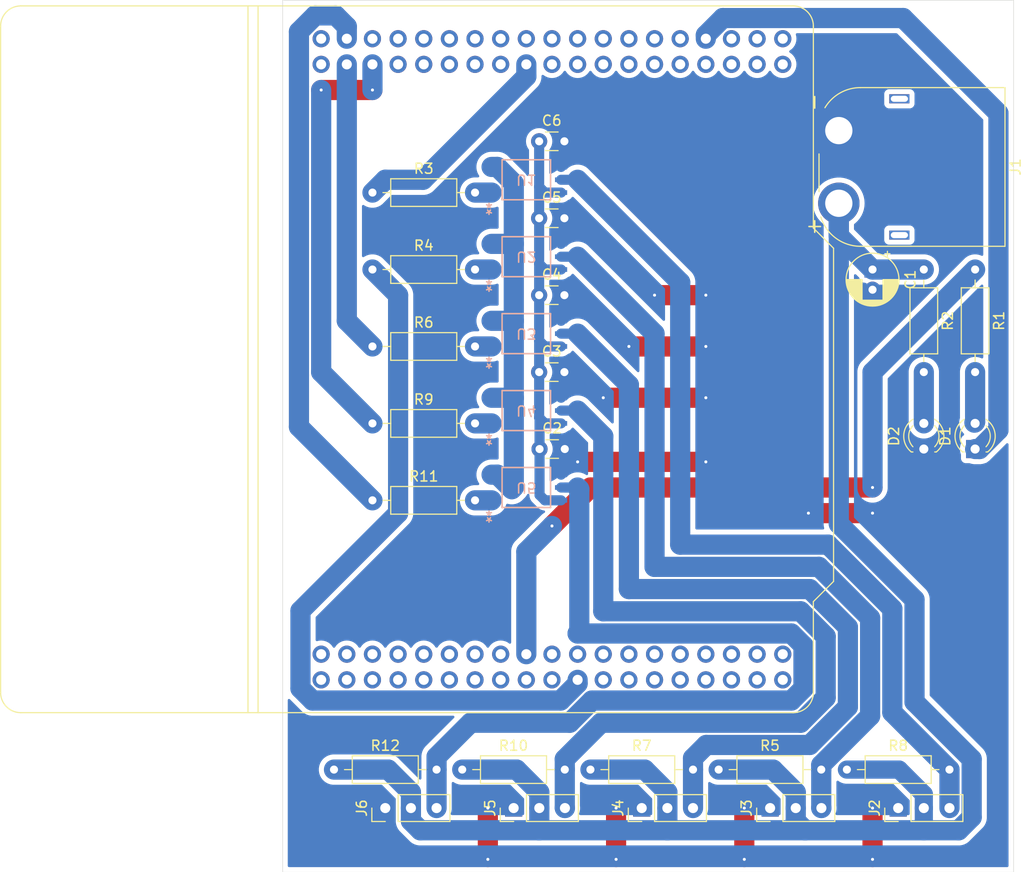
<source format=kicad_pcb>
(kicad_pcb (version 20240108) (generator "pcbnew") (generator_version "8.0")
  (layers (0 "F.Cu" signal) (31 "B.Cu" signal) (34 "B.Paste" user) (35 "F.Paste" user) (36 "B.SilkS" user "B.Silkscreen") (37 "F.SilkS" user "F.Silkscreen") (38 "B.Mask" user) (39 "F.Mask" user) (44 "Edge.Cuts" user))
  (net 0 "")
  (net 1 "GND1")
  (net 2 "VCC")
  (net 3 "Net-(D1-A)")
  (net 4 "GND")
  (net 5 "Net-(D2-A)")
  (net 6 "PWM1")
  (net 7 "PWM2")
  (net 8 "PWM3")
  (net 9 "PWM4")
  (net 10 "PWM5")
  (net 11 "+5V")
  (net 12 "Net-(R3-Pad2)")
  (net 13 "B6")
  (net 14 "Net-(R4-Pad2)")
  (net 15 "B7")
  (net 16 "B8")
  (net 17 "Net-(R9-Pad2)")
  (net 18 "Net-(R6-Pad2)")
  (net 19 "B9")
  (net 20 "C6")
  (net 21 "Net-(R11-Pad2)")
  (footprint "Resistor_THT:R_Axial_DIN0207_L6.3mm_D2.5mm_P10.16mm_Horizontal" (layer "F.Cu") (at 135.89 76.2 -90)
    (property "Reference" "R2" (at 5.08 -2.37 90) (layer "F.SilkS"))
    (property "Value" "220")
    (pad "1" thru_hole circle (at 0 0 270) (size 1.6 1.6) (drill 0.8) (layers "*.Cu" "*.Mask") (net 2 "VCC"))
    (pad "2" thru_hole oval (at 10.16 0 270) (size 1.6 1.6) (drill 0.8) (layers "*.Cu" "*.Mask") (net 5 "Net-(D2-A)"))
  )
  (footprint "Connector_PinHeader_2.54mm:PinHeader_1x03_P2.54mm_Vertical" (layer "F.Cu") (at 120.665 129.54 90)
    (property "Reference" "J3" (at 0 -2.33 -90) (layer "F.SilkS"))
    (property "Value" "servo2")
    (pad "1" thru_hole rect (at 0 0 90) (size 1.7 1.7) (drill 1) (layers "*.Cu" "*.Mask") (net 1 "GND1"))
    (pad "2" thru_hole oval (at 0 2.54 90) (size 1.7 1.7) (drill 1) (layers "*.Cu" "*.Mask") (net 2 "VCC"))
    (pad "3" thru_hole oval (at 0 5.08 90) (size 1.7 1.7) (drill 1) (layers "*.Cu" "*.Mask") (net 7 "PWM2"))
  )
  (footprint "Resistor_THT:R_Axial_DIN0207_L6.3mm_D2.5mm_P10.16mm_Horizontal" (layer "F.Cu") (at 90.17 125.73)
    (property "Reference" "R10" (at 5.08 -2.37 0) (layer "F.SilkS"))
    (property "Value" "2k")
    (pad "1" thru_hole circle (at 0 0) (size 1.6 1.6) (drill 0.8) (layers "*.Cu" "*.Mask") (net 2 "VCC"))
    (pad "2" thru_hole oval (at 10.16 0) (size 1.6 1.6) (drill 0.8) (layers "*.Cu" "*.Mask") (net 9 "PWM4"))
  )
  (footprint "Resistor_THT:R_Axial_DIN0207_L6.3mm_D2.5mm_P10.16mm_Horizontal" (layer "F.Cu") (at 81.28 91.44)
    (property "Reference" "R9" (at 5.08 -2.37 0) (layer "F.SilkS"))
    (property "Value" "220")
    (pad "1" thru_hole circle (at 0 0) (size 1.6 1.6) (drill 0.8) (layers "*.Cu" "*.Mask") (net 19 "B9"))
    (pad "2" thru_hole oval (at 10.16 0) (size 1.6 1.6) (drill 0.8) (layers "*.Cu" "*.Mask") (net 17 "Net-(R9-Pad2)"))
  )
  (footprint "Capacitor_THT:C_Disc_D3.0mm_W1.6mm_P2.50mm" (layer "F.Cu") (at 97.79 63.5)
    (property "Reference" "C6" (at 1.25 -2.05 0) (layer "F.SilkS"))
    (property "Value" "0.1u")
    (pad "1" thru_hole circle (at 0 0) (size 1.6 1.6) (drill 0.8) (layers "*.Cu" "*.Mask") (net 2 "VCC"))
    (pad "2" thru_hole circle (at 2.5 0) (size 1.6 1.6) (drill 0.8) (layers "*.Cu" "*.Mask") (net 1 "GND1"))
  )
  (footprint "Connector_PinHeader_2.54mm:PinHeader_1x03_P2.54mm_Vertical" (layer "F.Cu") (at 95.265 129.54 90)
    (property "Reference" "J5" (at 0 -2.33 -90) (layer "F.SilkS"))
    (property "Value" "servo4")
    (pad "1" thru_hole rect (at 0 0 90) (size 1.7 1.7) (drill 1) (layers "*.Cu" "*.Mask") (net 1 "GND1"))
    (pad "2" thru_hole oval (at 0 2.54 90) (size 1.7 1.7) (drill 1) (layers "*.Cu" "*.Mask") (net 2 "VCC"))
    (pad "3" thru_hole oval (at 0 5.08 90) (size 1.7 1.7) (drill 1) (layers "*.Cu" "*.Mask") (net 9 "PWM4"))
  )
  (footprint "Resistor_THT:R_Axial_DIN0207_L6.3mm_D2.5mm_P10.16mm_Horizontal" (layer "F.Cu") (at 128.27 125.73)
    (property "Reference" "R8" (at 5.08 -2.37 0) (layer "F.SilkS"))
    (property "Value" "2k")
    (pad "1" thru_hole circle (at 0 0) (size 1.6 1.6) (drill 0.8) (layers "*.Cu" "*.Mask") (net 2 "VCC"))
    (pad "2" thru_hole oval (at 10.16 0) (size 1.6 1.6) (drill 0.8) (layers "*.Cu" "*.Mask") (net 6 "PWM1"))
  )
  (footprint "Resistor_THT:R_Axial_DIN0207_L6.3mm_D2.5mm_P10.16mm_Horizontal" (layer "F.Cu") (at 81.28 76.2)
    (property "Reference" "R4" (at 5.08 -2.37 0) (layer "F.SilkS"))
    (property "Value" "220")
    (pad "1" thru_hole circle (at 0 0) (size 1.6 1.6) (drill 0.8) (layers "*.Cu" "*.Mask") (net 15 "B7"))
    (pad "2" thru_hole oval (at 10.16 0) (size 1.6 1.6) (drill 0.8) (layers "*.Cu" "*.Mask") (net 14 "Net-(R4-Pad2)"))
  )
  (footprint "Capacitor_THT:C_Disc_D3.0mm_W1.6mm_P2.50mm" (layer "F.Cu") (at 97.79 71.12)
    (property "Reference" "C5" (at 1.25 -2.05 0) (layer "F.SilkS"))
    (property "Value" "0.1u")
    (pad "1" thru_hole circle (at 0 0) (size 1.6 1.6) (drill 0.8) (layers "*.Cu" "*.Mask") (net 2 "VCC"))
    (pad "2" thru_hole circle (at 2.5 0) (size 1.6 1.6) (drill 0.8) (layers "*.Cu" "*.Mask") (net 1 "GND1"))
  )
  (footprint "LED_THT:LED_D3.0mm" (layer "F.Cu") (at 135.89 93.98 90)
    (property "Reference" "D2" (at 1.27 -2.96 -90) (layer "F.SilkS"))
    (property "Value" "LED")
    (pad "1" thru_hole rect (at 0 0 90) (size 1.8 1.8) (drill 0.9) (layers "*.Cu" "*.Mask") (net 1 "GND1"))
    (pad "2" thru_hole circle (at 2.54 0 90) (size 1.8 1.8) (drill 0.9) (layers "*.Cu" "*.Mask") (net 5 "Net-(D2-A)"))
  )
  (footprint "Resistor_THT:R_Axial_DIN0207_L6.3mm_D2.5mm_P10.16mm_Horizontal" (layer "F.Cu") (at 81.28 99.06)
    (property "Reference" "R11" (at 5.08 -2.37 0) (layer "F.SilkS"))
    (property "Value" "220")
    (pad "1" thru_hole circle (at 0 0) (size 1.6 1.6) (drill 0.8) (layers "*.Cu" "*.Mask") (net 20 "C6"))
    (pad "2" thru_hole oval (at 10.16 0) (size 1.6 1.6) (drill 0.8) (layers "*.Cu" "*.Mask") (net 21 "Net-(R11-Pad2)"))
  )
  (footprint "Capacitor_THT:C_Disc_D3.0mm_W1.6mm_P2.50mm" (layer "F.Cu") (at 97.79 78.74)
    (property "Reference" "C4" (at 1.25 -2.05 0) (layer "F.SilkS"))
    (property "Value" "0.1u")
    (pad "1" thru_hole circle (at 0 0) (size 1.6 1.6) (drill 0.8) (layers "*.Cu" "*.Mask") (net 2 "VCC"))
    (pad "2" thru_hole circle (at 2.5 0) (size 1.6 1.6) (drill 0.8) (layers "*.Cu" "*.Mask") (net 1 "GND1"))
  )
  (footprint "Connector_PinHeader_2.54mm:PinHeader_1x03_P2.54mm_Vertical" (layer "F.Cu") (at 82.55 129.54 90)
    (property "Reference" "J6" (at 0 -2.33 -90) (layer "F.SilkS"))
    (property "Value" "servo5")
    (pad "1" thru_hole rect (at 0 0 90) (size 1.7 1.7) (drill 1) (layers "*.Cu" "*.Mask") (net 1 "GND1"))
    (pad "2" thru_hole oval (at 0 2.54 90) (size 1.7 1.7) (drill 1) (layers "*.Cu" "*.Mask") (net 2 "VCC"))
    (pad "3" thru_hole oval (at 0 5.08 90) (size 1.7 1.7) (drill 1) (layers "*.Cu" "*.Mask") (net 10 "PWM5"))
  )
  (footprint "LED_THT:LED_D3.0mm" (layer "F.Cu") (at 140.97 93.98 90)
    (property "Reference" "D1" (at 1.27 -2.96 -90) (layer "F.SilkS"))
    (property "Value" "LED")
    (pad "1" thru_hole rect (at 0 0 90) (size 1.8 1.8) (drill 0.9) (layers "*.Cu" "*.Mask") (net 4 "GND"))
    (pad "2" thru_hole circle (at 2.54 0 90) (size 1.8 1.8) (drill 0.9) (layers "*.Cu" "*.Mask") (net 3 "Net-(D1-A)"))
  )
  (footprint "Resistor_THT:R_Axial_DIN0207_L6.3mm_D2.5mm_P10.16mm_Horizontal" (layer "F.Cu") (at 81.28 83.82)
    (property "Reference" "R6" (at 5.08 -2.37 0) (layer "F.SilkS"))
    (property "Value" "220")
    (pad "1" thru_hole circle (at 0 0) (size 1.6 1.6) (drill 0.8) (layers "*.Cu" "*.Mask") (net 16 "B8"))
    (pad "2" thru_hole oval (at 10.16 0) (size 1.6 1.6) (drill 0.8) (layers "*.Cu" "*.Mask") (net 18 "Net-(R6-Pad2)"))
  )
  (footprint "Resistor_THT:R_Axial_DIN0207_L6.3mm_D2.5mm_P10.16mm_Horizontal" (layer "F.Cu") (at 140.97 76.2 -90)
    (property "Reference" "R1" (at 5.08 -2.37 90) (layer "F.SilkS"))
    (property "Value" "220")
    (pad "1" thru_hole circle (at 0 0 270) (size 1.6 1.6) (drill 0.8) (layers "*.Cu" "*.Mask") (net 11 "+5V"))
    (pad "2" thru_hole oval (at 10.16 0 270) (size 1.6 1.6) (drill 0.8) (layers "*.Cu" "*.Mask") (net 3 "Net-(D1-A)"))
  )
  (footprint "NUCLEO_F446RE:STM32F446RE_Nucleo" (layer "F.Cu") (at 97.364214 86.175786 90)
    (property "Reference" "U6" (hide yes))
    (property "Value" "~" (hide yes))
    (pad "1" thru_hole circle (at -28.124214 -5.924214 90) (size 1.7 1.7) (drill 1) (layers "*.Cu" "*.Mask"))
    (pad "2" thru_hole circle (at -30.664214 -13.544214 90) (size 1.7 1.7) (drill 1) (layers "*.Cu" "*.Mask"))
    (pad "3" thru_hole circle (at -28.124214 -8.464214 90) (size 1.7 1.7) (drill 1) (layers "*.Cu" "*.Mask"))
    (pad "4" thru_hole circle (at 30.295786 -13.544214 90) (size 1.7 1.7) (drill 1) (layers "*.Cu" "*.Mask"))
    (pad "5" thru_hole circle (at -30.664214 -16.084214 90) (size 1.7 1.7) (drill 1) (layers "*.Cu" "*.Mask"))
    (pad "6" thru_hole circle (at -30.664214 19.475786 90) (size 1.7 1.7) (drill 1) (layers "*.Cu" "*.Mask"))
    (pad "7" thru_hole circle (at -28.124214 6.775786 90) (size 1.7 1.7) (drill 1) (layers "*.Cu" "*.Mask"))
    (pad "8" thru_hole circle (at 32.835786 -13.544214 90) (size 1.7 1.7) (drill 1) (layers "*.Cu" "*.Mask"))
    (pad "9" thru_hole circle (at -28.124214 -16.084214 90) (size 1.7 1.7) (drill 1) (layers "*.Cu" "*.Mask"))
    (pad "10" thru_hole circle (at -28.124214 -0.844214 90) (size 1.7 1.7) (drill 1) (layers "*.Cu" "*.Mask") (net 11 "+5V"))
    (pad "11" thru_hole circle (at -28.124214 -3.384214 90) (size 1.7 1.7) (drill 1) (layers "*.Cu" "*.Mask"))
    (pad "12" thru_hole circle (at -28.124214 11.855786 90) (size 1.7 1.7) (drill 1) (layers "*.Cu" "*.Mask"))
    (pad "13" thru_hole circle (at -28.124214 14.395786 90) (size 1.7 1.7) (drill 1) (layers "*.Cu" "*.Mask"))
    (pad "14" thru_hole circle (at 30.295786 22.015786 90) (size 1.7 1.7) (drill 1) (layers "*.Cu" "*.Mask"))
    (pad "15" thru_hole circle (at 30.295786 24.555786 90) (size 1.7 1.7) (drill 1) (layers "*.Cu" "*.Mask"))
    (pad "16" thru_hole circle (at -28.124214 16.935786 90) (size 1.7 1.7) (drill 1) (layers "*.Cu" "*.Mask"))
    (pad "17" thru_hole circle (at 30.295786 -8.464214 90) (size 1.7 1.7) (drill 1) (layers "*.Cu" "*.Mask"))
    (pad "18" thru_hole circle (at 30.295786 -5.924214 90) (size 1.7 1.7) (drill 1) (layers "*.Cu" "*.Mask"))
    (pad "19" thru_hole circle (at 30.295786 -3.384214 90) (size 1.7 1.7) (drill 1) (layers "*.Cu" "*.Mask"))
    (pad "20" thru_hole circle (at 30.295786 6.775786 90) (size 1.7 1.7) (drill 1) (layers "*.Cu" "*.Mask"))
    (pad "21" thru_hole circle (at 30.295786 4.235786 90) (size 1.7 1.7) (drill 1) (layers "*.Cu" "*.Mask"))
    (pad "22" thru_hole circle (at 30.295786 19.475786 90) (size 1.7 1.7) (drill 1) (layers "*.Cu" "*.Mask"))
    (pad "23" thru_hole circle (at 32.835786 -5.924214 90) (size 1.7 1.7) (drill 1) (layers "*.Cu" "*.Mask"))
    (pad "24" thru_hole circle (at 32.835786 -8.464214 90) (size 1.7 1.7) (drill 1) (layers "*.Cu" "*.Mask"))
    (pad "25" thru_hole circle (at -30.664214 -5.924214 90) (size 1.7 1.7) (drill 1) (layers "*.Cu" "*.Mask"))
    (pad "26" thru_hole circle (at -30.664214 -3.384214 90) (size 1.7 1.7) (drill 1) (layers "*.Cu" "*.Mask"))
    (pad "27" thru_hole circle (at -30.664214 -0.844214 90) (size 1.7 1.7) (drill 1) (layers "*.Cu" "*.Mask"))
    (pad "28" thru_hole circle (at -28.124214 -18.624214 90) (size 1.7 1.7) (drill 1) (layers "*.Cu" "*.Mask"))
    (pad "29" thru_hole circle (at -30.664214 14.395786 90) (size 1.7 1.7) (drill 1) (layers "*.Cu" "*.Mask"))
    (pad "30" thru_hole circle (at -30.664214 16.935786 90) (size 1.7 1.7) (drill 1) (layers "*.Cu" "*.Mask"))
    (pad "31" thru_hole circle (at -28.124214 19.475786 90) (size 1.7 1.7) (drill 1) (layers "*.Cu" "*.Mask"))
    (pad "32" thru_hole circle (at 32.835786 6.775786 90) (size 1.7 1.7) (drill 1) (layers "*.Cu" "*.Mask"))
    (pad "33" thru_hole circle (at 32.835786 4.235786 90) (size 1.7 1.7) (drill 1) (layers "*.Cu" "*.Mask"))
    (pad "34" thru_hole circle (at 30.295786 16.935786 90) (size 1.7 1.7) (drill 1) (layers "*.Cu" "*.Mask"))
    (pad "35" thru_hole circle (at 30.295786 11.855786 90) (size 1.7 1.7) (drill 1) (layers "*.Cu" "*.Mask"))
    (pad "36" thru_hole circle (at 30.295786 14.395786 90) (size 1.7 1.7) (drill 1) (layers "*.Cu" "*.Mask"))
    (pad "37" thru_hole circle (at 30.295786 -0.844214 90) (size 1.7 1.7) (drill 1) (layers "*.Cu" "*.Mask") (net 13 "B6"))
    (pad "38" thru_hole circle (at -30.664214 4.235786 90) (size 1.7 1.7) (drill 1) (layers "*.Cu" "*.Mask") (net 15 "B7"))
    (pad "39" thru_hole circle (at 30.295786 -18.624214 90) (size 1.7 1.7) (drill 1) (layers "*.Cu" "*.Mask") (net 16 "B8"))
    (pad "40" thru_hole circle (at 30.295786 -16.084214 90) (size 1.7 1.7) (drill 1) (layers "*.Cu" "*.Mask") (net 19 "B9"))
    (pad "41" thru_hole circle (at 30.295786 9.315786 90) (size 1.7 1.7) (drill 1) (layers "*.Cu" "*.Mask"))
    (pad "42" thru_hole circle (at 32.835786 -3.384214 90) (size 1.7 1.7) (drill 1) (layers "*.Cu" "*.Mask"))
    (pad "43" thru_hole circle (at 32.835786 14.395786 90) (size 1.7 1.7) (drill 1) (layers "*.Cu" "*.Mask"))
    (pad "44" thru_hole circle (at 32.835786 11.855786 90) (size 1.7 1.7) (drill 1) (layers "*.Cu" "*.Mask"))
    (pad "45" thru_hole circle (at 32.835786 9.315786 90) (size 1.7 1.7) (drill 1) (layers "*.Cu" "*.Mask"))
    (pad "46" thru_hole circle (at -28.124214 24.555786 90) (size 1.7 1.7) (drill 1) (layers "*.Cu" "*.Mask"))
    (pad "47" thru_hole circle (at -28.124214 22.015786 90) (size 1.7 1.7) (drill 1) (layers "*.Cu" "*.Mask"))
    (pad "48" thru_hole circle (at -30.664214 22.015786 90) (size 1.7 1.7) (drill 1) (layers "*.Cu" "*.Mask"))
    (pad "49" thru_hole circle (at -30.664214 24.555786 90) (size 1.7 1.7) (drill 1) (layers "*.Cu" "*.Mask"))
    (pad "50" thru_hole circle (at 32.835786 19.475786 90) (size 1.7 1.7) (drill 1) (layers "*.Cu" "*.Mask"))
    (pad "51" thru_hole circle (at 32.835786 -16.084214 90) (size 1.7 1.7) (drill 1) (layers "*.Cu" "*.Mask"))
    (pad "52" thru_hole circle (at 32.835786 -18.624214 90) (size 1.7 1.7) (drill 1) (layers "*.Cu" "*.Mask") (net 20 "C6"))
    (pad "53" thru_hole circle (at 30.295786 1.695786 90) (size 1.7 1.7) (drill 1) (layers "*.Cu" "*.Mask"))
    (pad "54" thru_hole circle (at 32.835786 -21.164214 90) (size 1.7 1.7) (drill 1) (layers "*.Cu" "*.Mask"))
    (pad "55" thru_hole circle (at 30.295786 -21.164214 90) (size 1.7 1.7) (drill 1) (layers "*.Cu" "*.Mask"))
    (pad "56" thru_hole circle (at -30.664214 -21.164214 90) (size 1.7 1.7) (drill 1) (layers "*.Cu" "*.Mask"))
    (pad "57" thru_hole circle (at -28.124214 -21.164214 90) (size 1.7 1.7) (drill 1) (layers "*.Cu" "*.Mask"))
    (pad "58" thru_hole circle (at -30.664214 -18.624214 90) (size 1.7 1.7) (drill 1) (layers "*.Cu" "*.Mask"))
    (pad "59" thru_hole circle (at -30.664214 6.775786 90) (size 1.7 1.7) (drill 1) (layers "*.Cu" "*.Mask"))
    (pad "60" thru_hole circle (at -30.664214 9.315786 90) (size 1.7 1.7) (drill 1) (layers "*.Cu" "*.Mask"))
    (pad "61" thru_hole circle (at -30.664214 11.855786 90) (size 1.7 1.7) (drill 1) (layers "*.Cu" "*.Mask"))
    (pad "62" thru_hole circle (at -30.664214 1.695786 90) (size 1.7 1.7) (drill 1) (layers "*.Cu" "*.Mask") (net 4 "GND"))
    (pad "62" thru_hole circle (at -28.124214 -13.544214 90) (size 1.7 1.7) (drill 1) (layers "*.Cu" "*.Mask") (net 4 "GND"))
    (pad "62" thru_hole circle (at -28.124214 1.695786 90) (size 1.7 1.7) (drill 1) (layers "*.Cu" "*.Mask") (net 4 "GND"))
    (pad "62" thru_hole circle (at -28.124214 4.235786 90) (size 1.7 1.7) (drill 1) (layers "*.Cu" "*.Mask") (net 4 "GND"))
    (pad "62" thru_hole circle (at 30.295786 -11.004214 90) (size 1.7 1.7) (drill 1) (layers "*.Cu" "*.Mask") (net 4 "GND"))
    (pad "62" thru_hole circle (at 32.835786 1.695786 90) (size 1.7 1.7) (drill 1) (layers "*.Cu" "*.Mask") (net 4 "GND"))
    (pad "62" thru_hole circle (at 32.835786 16.935786 90) (size 1.7 1.7) (drill 1) (layers "*.Cu" "*.Mask") (net 4 "GND"))
    (pad "63" thru_hole circle (at -30.664214 -8.464214 90) (size 1.7 1.7) (drill 1) (layers "*.Cu" "*.Mask"))
    (pad "64" thru_hole circle (at -28.124214 -11.004214 90) (size 1.7 1.7) (drill 1) (layers "*.Cu" "*.Mask"))
    (pad "65" thru_hole circle (at -30.664214 -11.004214 90) (size 1.7 1.7) (drill 1) (layers "*.Cu" "*.Mask"))
    (pad "66" thru_hole circle (at -28.124214 9.315786 90) (size 1.7 1.7) (drill 1) (layers "*.Cu" "*.Mask"))
    (pad "67" thru_hole circle (at 32.835786 -11.004214 90) (size 1.7 1.7) (drill 1) (layers "*.Cu" "*.Mask"))
    (pad "68" thru_hole circle (at 32.835786 -0.844214 90) (size 1.7 1.7) (drill 1) (layers "*.Cu" "*.Mask"))
    (pad "69" thru_hole circle (at 32.835786 22.015786 90) (size 1.7 1.7) (drill 1) (layers "*.Cu" "*.Mask"))
    (pad "70" thru_hole circle (at 32.835786 24.555786 90) (size 1.7 1.7) (drill 1) (layers "*.Cu" "*.Mask"))
  )
  (footprint "Capacitor_THT:C_Disc_D3.0mm_W1.6mm_P2.50mm" (layer "F.Cu") (at 97.83 93.98)
    (property "Reference" "C2" (at 1.25 -2.05 0) (layer "F.SilkS"))
    (property "Value" "0.1u")
    (pad "1" thru_hole circle (at 0 0) (size 1.6 1.6) (drill 0.8) (layers "*.Cu" "*.Mask") (net 2 "VCC"))
    (pad "2" thru_hole circle (at 2.5 0) (size 1.6 1.6) (drill 0.8) (layers "*.Cu" "*.Mask") (net 1 "GND1"))
  )
  (footprint "Capacitor_THT:C_Disc_D3.0mm_W1.6mm_P2.50mm" (layer "F.Cu") (at 97.79 86.36)
    (property "Reference" "C3" (at 1.25 -2.05 0) (layer "F.SilkS"))
    (property "Value" "0.1u")
    (pad "1" thru_hole circle (at 0 0) (size 1.6 1.6) (drill 0.8) (layers "*.Cu" "*.Mask") (net 2 "VCC"))
    (pad "2" thru_hole circle (at 2.5 0) (size 1.6 1.6) (drill 0.8) (layers "*.Cu" "*.Mask") (net 1 "GND1"))
  )
  (footprint "Capacitor_THT:CP_Radial_D5.0mm_P2.00mm" (layer "F.Cu") (at 130.81 76.2 -90)
    (property "Reference" "C1" (at 1 -3.75 90) (layer "F.SilkS"))
    (property "Value" "330u")
    (pad "1" thru_hole rect (at 0 0 270) (size 1.6 1.6) (drill 0.8) (layers "*.Cu" "*.Mask") (net 2 "VCC"))
    (pad "2" thru_hole circle (at 2 0 270) (size 1.6 1.6) (drill 0.8) (layers "*.Cu" "*.Mask") (net 1 "GND1"))
  )
  (footprint "Connector_PinHeader_2.54mm:PinHeader_1x03_P2.54mm_Vertical" (layer "F.Cu") (at 133.35 129.54 90)
    (property "Reference" "J2" (at 0 -2.33 -90) (layer "F.SilkS"))
    (property "Value" "servo1")
    (pad "1" thru_hole rect (at 0 0 90) (size 1.7 1.7) (drill 1) (layers "*.Cu" "*.Mask") (net 1 "GND1"))
    (pad "2" thru_hole oval (at 0 2.54 90) (size 1.7 1.7) (drill 1) (layers "*.Cu" "*.Mask") (net 2 "VCC"))
    (pad "3" thru_hole oval (at 0 5.08 90) (size 1.7 1.7) (drill 1) (layers "*.Cu" "*.Mask") (net 6 "PWM1"))
  )
  (footprint "Connector_PinHeader_2.54mm:PinHeader_1x03_P2.54mm_Vertical" (layer "F.Cu") (at 107.95 129.54 90)
    (property "Reference" "J4" (at 0 -2.33 -90) (layer "F.SilkS"))
    (property "Value" "servo3")
    (pad "1" thru_hole rect (at 0 0 90) (size 1.7 1.7) (drill 1) (layers "*.Cu" "*.Mask") (net 1 "GND1"))
    (pad "2" thru_hole oval (at 0 2.54 90) (size 1.7 1.7) (drill 1) (layers "*.Cu" "*.Mask") (net 2 "VCC"))
    (pad "3" thru_hole oval (at 0 5.08 90) (size 1.7 1.7) (drill 1) (layers "*.Cu" "*.Mask") (net 8 "PWM3"))
  )
  (footprint "Resistor_THT:R_Axial_DIN0207_L6.3mm_D2.5mm_P10.16mm_Horizontal" (layer "F.Cu") (at 115.57 125.73)
    (property "Reference" "R5" (at 5.08 -2.37 0) (layer "F.SilkS"))
    (property "Value" "2k")
    (pad "1" thru_hole circle (at 0 0) (size 1.6 1.6) (drill 0.8) (layers "*.Cu" "*.Mask") (net 2 "VCC"))
    (pad "2" thru_hole oval (at 10.16 0) (size 1.6 1.6) (drill 0.8) (layers "*.Cu" "*.Mask") (net 7 "PWM2"))
  )
  (footprint "Connector_AMASS:AMASS_XT60PW-M_1x02_P7.20mm_Horizontal" (layer "F.Cu") (at 127.47 62.44 -90)
    (property "Reference" "J1" (at 3.6 -17.5 90) (layer "F.SilkS"))
    (property "Value" "XT60")
    (fp_text user "+" (at 9.5 2.5 90) (layer "F.SilkS") (effects (font (size 1.5 1.5))))
    (fp_text user "-" (at -2.8 2.5 90) (layer "F.SilkS") (effects (font (size 1.5 1.5))))
    (pad "" thru_hole rect (at -3.15 -6 270) (size 0.9 2) (drill oval 0.6 1.7) (layers "*.Cu" "*.Mask"))
    (pad "" thru_hole rect (at 10.35 -6 270) (size 0.9 2) (drill oval 0.6 1.7) (layers "*.Cu" "*.Mask"))
    (pad "1" thru_hole roundrect (at 0 0 270) (size 4.1 4.1) (drill 2.7) (layers "*.Cu" "*.Mask") (net 1 "GND1"))
    (pad "2" thru_hole circle (at 7.2 0 270) (size 4.1 4.1) (drill 2.7) (layers "*.Cu" "*.Mask") (net 2 "VCC"))
  )
  (footprint "Resistor_THT:R_Axial_DIN0207_L6.3mm_D2.5mm_P10.16mm_Horizontal" (layer "F.Cu") (at 77.47 125.73)
    (property "Reference" "R12" (at 5.08 -2.37 0) (layer "F.SilkS"))
    (property "Value" "2k")
    (pad "1" thru_hole circle (at 0 0) (size 1.6 1.6) (drill 0.8) (layers "*.Cu" "*.Mask") (net 2 "VCC"))
    (pad "2" thru_hole oval (at 10.16 0) (size 1.6 1.6) (drill 0.8) (layers "*.Cu" "*.Mask") (net 10 "PWM5"))
  )
  (footprint "Resistor_THT:R_Axial_DIN0207_L6.3mm_D2.5mm_P10.16mm_Horizontal" (layer "F.Cu") (at 102.87 125.73)
    (property "Reference" "R7" (at 5.08 -2.37 0) (layer "F.SilkS"))
    (property "Value" "2k")
    (pad "1" thru_hole circle (at 0 0) (size 1.6 1.6) (drill 0.8) (layers "*.Cu" "*.Mask") (net 2 "VCC"))
    (pad "2" thru_hole oval (at 10.16 0) (size 1.6 1.6) (drill 0.8) (layers "*.Cu" "*.Mask") (net 8 "PWM3"))
  )
  (footprint "Resistor_THT:R_Axial_DIN0207_L6.3mm_D2.5mm_P10.16mm_Horizontal" (layer "F.Cu") (at 81.28 68.58)
    (property "Reference" "R3" (at 5.08 -2.37 0) (layer "F.SilkS"))
    (property "Value" "220")
    (pad "1" thru_hole circle (at 0 0) (size 1.6 1.6) (drill 0.8) (layers "*.Cu" "*.Mask") (net 13 "B6"))
    (pad "2" thru_hole oval (at 10.16 0) (size 1.6 1.6) (drill 0.8) (layers "*.Cu" "*.Mask") (net 12 "Net-(R3-Pad2)"))
  )
  (footprint "footprints:5pin SO6_TOS" (layer "B.Cu") (at 96.52 82.55)
    (property "Reference" "U3" (at 0 0 180) (layer "B.SilkS") (effects (justify mirror)))
    (property "Value" "TLP2304")
    (fp_text user "*" (at -3.6957 2.879344 0) (layer "B.SilkS") (effects (justify mirror)))
    (fp_text user "*" (at -3.6957 2.879344 180) (layer "B.SilkS") (effects (justify mirror)))
    (pad "1" smd rect (at -3.4417 1.27) (size 1.208024 0.466344) (layers "B.Cu" "B.Paste" "B.Mask") (net 18 "Net-(R6-Pad2)"))
    (pad "3" smd rect (at -3.4417 -1.27) (size 1.208024 0.466344) (layers "B.Cu" "B.Paste" "B.Mask") (net 4 "GND"))
    (pad "4" smd rect (at 3.4417 -1.27) (size 1.208024 0.466344) (layers "B.Cu" "B.Paste" "B.Mask") (net 1 "GND1"))
    (pad "5" smd rect (at 3.4417 0) (size 1.208024 0.466344) (layers "B.Cu" "B.Paste" "B.Mask") (net 8 "PWM3"))
    (pad "6" smd rect (at 3.4417 1.27) (size 1.208024 0.466344) (layers "B.Cu" "B.Paste" "B.Mask") (net 2 "VCC"))
  )
  (footprint "footprints:5pin SO6_TOS" (layer "B.Cu") (at 96.52 74.93)
    (property "Reference" "U2" (at 0 0 180) (layer "B.SilkS") (effects (justify mirror)))
    (property "Value" "TLP2304")
    (fp_text user "*" (at -3.6957 2.879344 0) (layer "B.SilkS") (effects (justify mirror)))
    (fp_text user "*" (at -3.6957 2.879344 180) (layer "B.SilkS") (effects (justify mirror)))
    (pad "1" smd rect (at -3.4417 1.27) (size 1.208024 0.466344) (layers "B.Cu" "B.Paste" "B.Mask") (net 14 "Net-(R4-Pad2)"))
    (pad "3" smd rect (at -3.4417 -1.27) (size 1.208024 0.466344) (layers "B.Cu" "B.Paste" "B.Mask") (net 4 "GND"))
    (pad "4" smd rect (at 3.4417 -1.27) (size 1.208024 0.466344) (layers "B.Cu" "B.Paste" "B.Mask") (net 1 "GND1"))
    (pad "5" smd rect (at 3.4417 0) (size 1.208024 0.466344) (layers "B.Cu" "B.Paste" "B.Mask") (net 7 "PWM2"))
    (pad "6" smd rect (at 3.4417 1.27) (size 1.208024 0.466344) (layers "B.Cu" "B.Paste" "B.Mask") (net 2 "VCC"))
  )
  (footprint "footprints:5pin SO6_TOS" (layer "B.Cu") (at 96.52 90.17)
    (property "Reference" "U4" (at 0 0 180) (layer "B.SilkS") (effects (justify mirror)))
    (property "Value" "TLP2304")
    (fp_text user "*" (at -3.6957 2.879344 0) (layer "B.SilkS") (effects (justify mirror)))
    (fp_text user "*" (at -3.6957 2.879344 180) (layer "B.SilkS") (effects (justify mirror)))
    (pad "1" smd rect (at -3.4417 1.27) (size 1.208024 0.466344) (layers "B.Cu" "B.Paste" "B.Mask") (net 17 "Net-(R9-Pad2)"))
    (pad "3" smd rect (at -3.4417 -1.27) (size 1.208024 0.466344) (layers "B.Cu" "B.Paste" "B.Mask") (net 4 "GND"))
    (pad "4" smd rect (at 3.4417 -1.27) (size 1.208024 0.466344) (layers "B.Cu" "B.Paste" "B.Mask") (net 1 "GND1"))
    (pad "5" smd rect (at 3.4417 0) (size 1.208024 0.466344) (layers "B.Cu" "B.Paste" "B.Mask") (net 9 "PWM4"))
    (pad "6" smd rect (at 3.4417 1.27) (size 1.208024 0.466344) (layers "B.Cu" "B.Paste" "B.Mask") (net 2 "VCC"))
  )
  (footprint "footprints:5pin SO6_TOS" (layer "B.Cu") (at 96.52 67.31)
    (property "Reference" "U1" (at 0 0 180) (layer "B.SilkS") (effects (justify mirror)))
    (property "Value" "TLP2304")
    (fp_text user "*" (at -3.6957 2.879344 0) (layer "B.SilkS") (effects (justify mirror)))
    (fp_text user "*" (at -3.6957 2.879344 180) (layer "B.SilkS") (effects (justify mirror)))
    (pad "1" smd rect (at -3.4417 1.27) (size 1.208024 0.466344) (layers "B.Cu" "B.Paste" "B.Mask") (net 12 "Net-(R3-Pad2)"))
    (pad "3" smd rect (at -3.4417 -1.27) (size 1.208024 0.466344) (layers "B.Cu" "B.Paste" "B.Mask") (net 4 "GND"))
    (pad "4" smd rect (at 3.4417 -1.27) (size 1.208024 0.466344) (layers "B.Cu" "B.Paste" "B.Mask") (net 1 "GND1"))
    (pad "5" smd rect (at 3.4417 0) (size 1.208024 0.466344) (layers "B.Cu" "B.Paste" "B.Mask") (net 6 "PWM1"))
    (pad "6" smd rect (at 3.4417 1.27) (size 1.208024 0.466344) (layers "B.Cu" "B.Paste" "B.Mask") (net 2 "VCC"))
  )
  (footprint "footprints:5pin SO6_TOS" (layer "B.Cu") (at 96.52 97.79)
    (property "Reference" "U5" (at 0 0 180) (layer "B.SilkS") (effects (justify mirror)))
    (property "Value" "TLP2304")
    (fp_text user "*" (at -3.6957 2.879344 180) (layer "B.SilkS") (effects (justify mirror)))
    (fp_text user "*" (at -3.6957 2.879344 0) (layer "B.SilkS") (effects (justify mirror)))
    (pad "1" smd rect (at -3.4417 1.27) (size 1.208024 0.466344) (layers "B.Cu" "B.Paste" "B.Mask") (net 21 "Net-(R11-Pad2)"))
    (pad "3" smd rect (at -3.4417 -1.27) (size 1.208024 0.466344) (layers "B.Cu" "B.Paste" "B.Mask") (net 4 "GND"))
    (pad "4" smd rect (at 3.4417 -1.27) (size 1.208024 0.466344) (layers "B.Cu" "B.Paste" "B.Mask") (net 1 "GND1"))
    (pad "5" smd rect (at 3.4417 0) (size 1.208024 0.466344) (layers "B.Cu" "B.Paste" "B.Mask") (net 10 "PWM5"))
    (pad "6" smd rect (at 3.4417 1.27) (size 1.208024 0.466344) (layers "B.Cu" "B.Paste" "B.Mask") (net 2 "VCC"))
  )
  (gr_rect (start 72.39 49.53) (end 144.78 135.89) (stroke (width 0.05)) (fill none) (layer "Edge.Cuts"))
  (segment (start 124.46 100.33) (end 130.81 100.33) (width 2) (layer "F.Cu") (net 1))
  (segment (start 92.71 129.54) (end 92.71 134.39) (width 2) (layer "F.Cu") (net 1))
  (segment (start 114.3 88.9) (end 104.14 88.9) (width 2) (layer "F.Cu") (net 1))
  (segment (start 114.3 83.82) (end 106.68 83.82) (width 2) (layer "F.Cu") (net 1))
  (segment (start 130.81 129.54) (end 130.81 134.39) (width 2) (layer "F.Cu") (net 1))
  (segment (start 118.11 129.54) (end 118.11 134.39) (width 2) (layer "F.Cu") (net 1))
  (segment (start 105.41 129.54) (end 105.41 134.39) (width 2) (layer "F.Cu") (net 1))
  (segment (start 101.6 95.25) (end 114.3 95.25) (width 2) (layer "F.Cu") (net 1))
  (segment (start 109.22 78.74) (end 114.3 78.74) (width 2) (layer "F.Cu") (net 1))
  (via (at 118.11 129.54) (size 0.6) (drill 0.3) (layers "F.Cu" "B.Cu") (net 1))
  (via (at 109.22 78.74) (size 0.6) (drill 0.3) (layers "F.Cu" "B.Cu") (net 1))
  (via (at 114.3 95.25) (size 0.6) (drill 0.3) (layers "F.Cu" "B.Cu") (net 1))
  (via (at 106.68 83.82) (size 0.6) (drill 0.3) (layers "F.Cu" "B.Cu") (net 1))
  (via (at 118.11 134.62) (size 0.6) (drill 0.3) (layers "F.Cu" "B.Cu") (net 1))
  (via (at 114.3 83.82) (size 0.6) (drill 0.3) (layers "F.Cu" "B.Cu") (net 1))
  (via (at 92.71 129.54) (size 0.6) (drill 0.3) (layers "F.Cu" "B.Cu") (net 1))
  (via (at 124.46 100.33) (size 0.6) (drill 0.3) (layers "F.Cu" "B.Cu") (net 1))
  (via (at 105.41 129.54) (size 0.6) (drill 0.3) (layers "F.Cu" "B.Cu") (net 1))
  (via (at 105.41 134.62) (size 0.6) (drill 0.3) (layers "F.Cu" "B.Cu") (net 1))
  (via (at 130.81 134.62) (size 0.6) (drill 0.3) (layers "F.Cu" "B.Cu") (net 1))
  (via (at 114.3 88.9) (size 0.6) (drill 0.3) (layers "F.Cu" "B.Cu") (net 1))
  (via (at 130.81 129.54) (size 0.6) (drill 0.3) (layers "F.Cu" "B.Cu") (net 1))
  (via (at 104.14 88.9) (size 0.6) (drill 0.3) (layers "F.Cu" "B.Cu") (net 1))
  (via (at 130.81 100.33) (size 0.6) (drill 0.3) (layers "F.Cu" "B.Cu") (net 1))
  (via (at 92.71 134.62) (size 0.6) (drill 0.3) (layers "F.Cu" "B.Cu") (net 1))
  (via (at 114.3 78.74) (size 0.6) (drill 0.3) (layers "F.Cu" "B.Cu") (net 1))
  (via (at 101.6 95.25) (size 0.6) (drill 0.3) (layers "F.Cu" "B.Cu") (net 1))
  (segment (start 100.29 78.74) (end 100.29 80.9517) (width 1) (layer "B.Cu") (net 1))
  (segment (start 100.33 96.1517) (end 99.9617 96.52) (width 1) (layer "B.Cu") (net 1))
  (segment (start 100.29 80.9517) (end 99.9617 81.28) (width 1) (layer "B.Cu") (net 1))
  (segment (start 100.29 88.5717) (end 99.9617 88.9) (width 1) (layer "B.Cu") (net 1))
  (segment (start 100.29 65.7117) (end 99.9617 66.04) (width 1) (layer "B.Cu") (net 1))
  (segment (start 100.29 86.36) (end 100.29 88.5717) (width 1) (layer "B.Cu") (net 1))
  (segment (start 100.29 73.3317) (end 99.9617 73.66) (width 1) (layer "B.Cu") (net 1))
  (segment (start 100.29 63.5) (end 100.29 65.7117) (width 1) (layer "B.Cu") (net 1))
  (segment (start 100.33 93.98) (end 100.33 96.1517) (width 1) (layer "B.Cu") (net 1))
  (segment (start 100.29 71.12) (end 100.29 73.3317) (width 1) (layer "B.Cu") (net 1))
  (segment (start 124.135 131.74) (end 110.49 131.74) (width 2) (layer "B.Cu") (net 2))
  (segment (start 97.79 131.74) (end 86.02 131.74) (width 2) (layer "B.Cu") (net 2))
  (segment (start 108.24 125.73) (end 110.49 127.98) (width 2) (layer "B.Cu") (net 2))
  (segment (start 123.205 129.54) (end 123.205 130.81) (width 2) (layer "B.Cu") (net 2))
  (segment (start 135.89 129.54) (end 135.89 131.74) (width 1.8) (layer "B.Cu") (net 2))
  (segment (start 85.09 129.54) (end 85.09 130.81) (width 2) (layer "B.Cu") (net 2))
  (segment (start 97.79 68.012312) (end 98.357688 68.58) (width 1) (layer "B.Cu") (net 2))
  (segment (start 77.47 125.73) (end 82.84 125.73) (width 2) (layer "B.Cu") (net 2))
  (segment (start 97.805 127.98) (end 97.805 129.54) (width 2) (layer "B.Cu") (net 2))
  (segment (start 102.87 125.73) (end 108.24 125.73) (width 2) (layer "B.Cu") (net 2))
  (segment (start 97.79 83.252312) (end 98.357688 83.82) (width 1) (layer "B.Cu") (net 2))
  (segment (start 110.49 127.98) (end 110.49 129.54) (width 2) (layer "B.Cu") (net 2))
  (segment (start 115.57 125.73) (end 120.955 125.73) (width 2) (layer "B.Cu") (net 2))
  (segment (start 127.47 72.86) (end 130.81 76.2) (width 2) (layer "B.Cu") (net 2))
  (segment (start 97.83 90.912312) (end 97.83 93.98) (width 1) (layer "B.Cu") (net 2))
  (segment (start 98.357688 83.82) (end 99.9617 83.82) (width 1) (layer "B.Cu") (net 2))
  (segment (start 97.79 83.252312) (end 97.79 86.36) (width 1) (layer "B.Cu") (net 2))
  (segment (start 139.34127 131.74) (end 135.89 131.74) (width 2) (layer "B.Cu") (net 2))
  (segment (start 97.805 129.54) (end 97.805 131.725) (width 2) (layer "B.Cu") (net 2))
  (segment (start 97.79 78.74) (end 97.79 83.252312) (width 1) (layer "B.Cu") (net 2))
  (segment (start 97.79 63.5) (end 97.79 68.012312) (width 1) (layer "B.Cu") (net 2))
  (segment (start 98.357688 68.58) (end 99.9617 68.58) (width 1) (layer "B.Cu") (net 2))
  (segment (start 85.09 127.98) (end 85.09 129.54) (width 2) (layer "B.Cu") (net 2))
  (segment (start 110.49 129.54) (end 110.49 131.74) (width 2) (layer "B.Cu") (net 2))
  (segment (start 135.89 131.74) (end 124.135 131.74) (width 2) (layer "B.Cu") (net 2))
  (segment (start 124.135 131.74) (end 123.205 130.81) (width 2) (layer "B.Cu") (net 2))
  (segment (start 98.357688 91.44) (end 99.9617 91.44) (width 1) (layer "B.Cu") (net 2))
  (segment (start 127.47 101.394512) (end 134.97 108.894512) (width 2) (layer "B.Cu") (net 2))
  (segment (start 97.79 71.12) (end 97.79 75.632312) (width 1) (layer "B.Cu") (net 2))
  (segment (start 127.47 69.64) (end 127.47 101.394512) (width 2) (layer "B.Cu") (net 2))
  (segment (start 90.17 125.73) (end 95.555 125.73) (width 2) (layer "B.Cu") (net 2))
  (segment (start 97.79 90.872312) (end 97.83 90.912312) (width 1) (layer "B.Cu") (net 2))
  (segment (start 98.357688 99.06) (end 99.9617 99.06) (width 1) (layer "B.Cu") (net 2))
  (segment (start 97.79 90.872312) (end 98.357688 91.44) (width 1) (layer "B.Cu") (net 2))
  (segment (start 97.79 75.632312) (end 97.79 78.74) (width 1) (layer "B.Cu") (net 2))
  (segment (start 97.83 93.98) (end 97.83 98.532312) (width 1) (layer "B.Cu") (net 2))
  (segment (start 95.555 125.73) (end 97.805 127.98) (width 2) (layer "B.Cu") (net 2))
  (segment (start 135.89 128.18) (end 135.89 129.54) (width 1.8) (layer "B.Cu") (net 2))
  (segment (start 97.83 98.532312) (end 98.357688 99.06) (width 1) (layer "B.Cu") (net 2))
  (segment (start 97.79 68.012312) (end 97.79 71.12) (width 1) (layer "B.Cu") (net 2))
  (segment (start 123.205 127.98) (end 123.205 129.54) (width 2) (layer "B.Cu") (net 2))
  (segment (start 134.97 108.894512) (end 134.97 119.03) (width 2) (layer "B.Cu") (net 2))
  (segment (start 86.02 131.74) (end 85.09 130.81) (width 2) (layer "B.Cu") (net 2))
  (segment (start 97.805 131.725) (end 97.79 131.74) (width 2) (layer "B.Cu") (net 2))
  (segment (start 97.79 75.632312) (end 98.357688 76.2) (width 1) (layer "B.Cu") (net 2))
  (segment (start 140.63 124.69) (end 140.63 130.45127) (width 2) (layer "B.Cu") (net 2))
  (segment (start 127.47 69.64) (end 127.47 72.86) (width 2) (layer "B.Cu") (net 2))
  (segment (start 110.49 131.74) (end 97.79 131.74) (width 2) (layer "B.Cu") (net 2))
  (segment (start 82.84 125.73) (end 85.09 127.98) (width 2) (layer "B.Cu") (net 2))
  (segment (start 97.79 86.36) (end 97.79 90.872312) (width 1) (layer "B.Cu") (net 2))
  (segment (start 120.955 125.73) (end 123.205 127.98) (width 2) (layer "B.Cu") (net 2))
  (segment (start 133.44 125.73) (end 135.89 128.18) (width 1.8) (layer "B.Cu") (net 2))
  (segment (start 128.27 125.73) (end 133.44 125.73) (width 1.8) (layer "B.Cu") (net 2))
  (segment (start 98.357688 76.2) (end 99.9617 76.2) (width 1) (layer "B.Cu") (net 2))
  (segment (start 134.97 119.03) (end 140.63 124.69) (width 2) (layer "B.Cu") (net 2))
  (segment (start 140.63 130.45127) (end 139.34127 131.74) (width 2) (layer "B.Cu") (net 2))
  (segment (start 130.81 76.2) (end 135.89 76.2) (width 2) (layer "B.Cu") (net 2))
  (segment (start 140.97 86.36) (end 140.97 91.298579) (width 2) (layer "B.Cu") (net 3))
  (segment (start 140.97 91.298579) (end 140.899289 91.36929) (width 2) (layer "B.Cu") (net 3))
  (segment (start 93.0783 88.9) (end 95.2783 88.9) (width 2) (layer "B.Cu") (net 4))
  (segment (start 95.2783 88.9) (end 95.2783 97.7617) (width 2) (layer "B.Cu") (net 4))
  (segment (start 93.0783 96.52) (end 93.64957 96.52) (width 2) (layer "B.Cu") (net 4))
  (segment (start 95.2783 81.28) (end 95.2783 88.9) (width 2) (layer "B.Cu") (net 4))
  (segment (start 141.399849 93.98) (end 143.28 92.099849) (width 2) (layer "B.Cu") (net 4))
  (segment (start 140.97 93.98) (end 141.399849 93.98) (width 2) (layer "B.Cu") (net 4))
  (segment (start 95.2783 97.7617) (end 95.084785 97.955215) (width 2) (layer "B.Cu") (net 4))
  (segment (start 95.2783 73.66) (end 95.2783 81.28) (width 2) (layer "B.Cu") (net 4))
  (segment (start 93.0783 81.28) (end 95.2783 81.28) (width 2) (layer "B.Cu") (net 4))
  (segment (start 143.28 60.73) (end 133.84 51.29) (width 2) (layer "B.Cu") (net 4))
  (segment (start 115.990862 51.29) (end 114.3 52.980862) (width 2) (layer "B.Cu") (net 4))
  (segment (start 93.64957 66.04) (end 95.2783 67.66873) (width 2) (layer "B.Cu") (net 4))
  (segment (start 133.84 51.29) (end 115.990862 51.29) (width 2) (layer "B.Cu") (net 4))
  (segment (start 114.3 52.980862) (end 114.3 53.34) (width 2) (layer "B.Cu") (net 4))
  (segment (start 93.0783 66.04) (end 93.64957 66.04) (width 2) (layer "B.Cu") (net 4))
  (segment (start 93.64957 96.52) (end 95.084785 97.955215) (width 2) (layer "B.Cu") (net 4))
  (segment (start 93.0783 73.66) (end 95.2783 73.66) (width 2) (layer "B.Cu") (net 4))
  (segment (start 143.28 92.099849) (end 143.28 60.73) (width 2) (layer "B.Cu") (net 4))
  (segment (start 95.2783 67.66873) (end 95.2783 73.66) (width 2) (layer "B.Cu") (net 4))
  (segment (start 135.89 86.36) (end 135.89 91.44) (width 2) (layer "B.Cu") (net 5))
  (segment (start 111.76 77.47) (end 101.6 67.31) (width 2) (layer "B.Cu") (net 6))
  (segment (start 99.9617 67.31) (end 101.6 67.31) (width 1) (layer "B.Cu") (net 6))
  (segment (start 111.76 103.45) (end 111.76 77.47) (width 2) (layer "B.Cu") (net 6))
  (segment (start 138.43 125.73) (end 138.43 129.54) (width 2) (layer "B.Cu") (net 6))
  (segment (start 126.414218 103.45) (end 111.76 103.45) (width 2) (layer "B.Cu") (net 6))
  (segment (start 138.43 125.73) (end 132.77 120.07) (width 2) (layer "B.Cu") (net 6))
  (segment (start 132.77 109.805782) (end 126.414218 103.45) (width 2) (layer "B.Cu") (net 6))
  (segment (start 132.77 120.07) (end 132.77 109.805782) (width 2) (layer "B.Cu") (net 6))
  (segment (start 109.22 105.65) (end 109.22 82.55) (width 2) (layer "B.Cu") (net 7))
  (segment (start 125.73 125.262948) (end 130.57 120.422948) (width 2) (layer "B.Cu") (net 7))
  (segment (start 125.73 125.73) (end 125.73 129.525) (width 2) (layer "B.Cu") (net 7))
  (segment (start 99.9617 74.93) (end 101.6 74.93) (width 1) (layer "B.Cu") (net 7))
  (segment (start 125.73 129.525) (end 125.745 129.54) (width 2) (layer "B.Cu") (net 7))
  (segment (start 125.73 125.73) (end 125.73 125.262948) (width 2) (layer "B.Cu") (net 7))
  (segment (start 130.57 120.422948) (end 130.57 110.717052) (width 2) (layer "B.Cu") (net 7))
  (segment (start 130.57 110.717052) (end 125.502948 105.65) (width 2) (layer "B.Cu") (net 7))
  (segment (start 109.22 82.55) (end 101.6 74.93) (width 2) (layer "B.Cu") (net 7))
  (segment (start 125.502948 105.65) (end 109.22 105.65) (width 2) (layer "B.Cu") (net 7))
  (segment (start 99.9617 82.55) (end 101.6 82.55) (width 1) (layer "B.Cu") (net 8))
  (segment (start 113.03 125.73) (end 113.03 124.59863) (width 2) (layer "B.Cu") (net 8))
  (segment (start 114.33863 123.29) (end 124.591678 123.29) (width 2) (layer "B.Cu") (net 8))
  (segment (start 113.03 124.59863) (end 114.33863 123.29) (width 2) (layer "B.Cu") (net 8))
  (segment (start 124.591678 123.29) (end 128.37 119.511678) (width 2) (layer "B.Cu") (net 8))
  (segment (start 128.37 111.628322) (end 124.591678 107.85) (width 2) (layer "B.Cu") (net 8))
  (segment (start 106.68 87.63) (end 101.6 82.55) (width 2) (layer "B.Cu") (net 8))
  (segment (start 113.03 125.73) (end 113.03 129.54) (width 2) (layer "B.Cu") (net 8))
  (segment (start 128.37 119.511678) (end 128.37 111.628322) (width 2) (layer "B.Cu") (net 8))
  (segment (start 106.68 107.85) (end 106.68 87.63) (width 2) (layer "B.Cu") (net 8))
  (segment (start 124.591678 107.85) (end 106.68 107.85) (width 2) (layer "B.Cu") (net 8))
  (segment (start 100.33 129.525) (end 100.345 129.54) (width 2) (layer "B.Cu") (net 9))
  (segment (start 104.14 92.71) (end 101.6 90.17) (width 2) (layer "B.Cu") (net 9))
  (segment (start 126.17 112.539592) (end 123.680408 110.05) (width 2) (layer "B.Cu") (net 9))
  (segment (start 104.14 110.05) (end 104.14 92.71) (width 2) (layer "B.Cu") (net 9))
  (segment (start 123.680408 121.09) (end 126.17 118.600408) (width 2) (layer "B.Cu") (net 9))
  (segment (start 100.33 125.73) (end 100.33 129.525) (width 2) (layer "B.Cu") (net 9))
  (segment (start 100.33 125.73) (end 100.33 124.691678) (width 2) (layer "B.Cu") (net 9))
  (segment (start 126.17 118.600408) (end 126.17 112.539592) (width 2) (layer "B.Cu") (net 9))
  (segment (start 123.680408 110.05) (end 104.14 110.05) (width 2) (layer "B.Cu") (net 9))
  (segment (start 99.9617 90.17) (end 101.6 90.17) (width 1) (layer "B.Cu") (net 9))
  (segment (start 103.931678 121.09) (end 123.680408 121.09) (width 2) (layer "B.Cu") (net 9))
  (segment (start 100.33 124.691678) (end 103.931678 121.09) (width 2) (layer "B.Cu") (net 9))
  (segment (start 91 121.09) (end 100.820408 121.09) (width 2) (layer "B.Cu") (net 10))
  (segment (start 101.765712 97.955712) (end 101.6 97.79) (width 2) (layer "B.Cu") (net 10))
  (segment (start 103.020408 118.89) (end 122.769138 118.89) (width 2) (layer "B.Cu") (net 10))
  (segment (start 101.6 112.25) (end 101.765712 112.084288) (width 2) (layer "B.Cu") (net 10))
  (segment (start 99.9617 97.79) (end 101.6 97.79) (width 1) (layer "B.Cu") (net 10))
  (segment (start 101.765712 112.084288) (end 101.765712 97.955712) (width 2) (layer "B.Cu") (net 10))
  (segment (start 101.6 97.79) (end 100.33 97.79) (width 1) (layer "B.Cu") (net 10))
  (segment (start 123.97 117.689138) (end 123.97 113.450862) (width 2) (layer "B.Cu") (net 10))
  (segment (start 87.63 125.73) (end 87.63 129.54) (width 2) (layer "B.Cu") (net 10))
  (segment (start 87.63 125.73) (end 87.63 124.46) (width 2) (layer "B.Cu") (net 10))
  (segment (start 100.820408 121.09) (end 103.020408 118.89) (width 2) (layer "B.Cu") (net 10))
  (segment (start 122.769138 112.25) (end 101.6 112.25) (width 2) (layer "B.Cu") (net 10))
  (segment (start 123.97 113.450862) (end 122.769138 112.25) (width 2) (layer "B.Cu") (net 10))
  (segment (start 122.769138 118.89) (end 123.97 117.689138) (width 2) (layer "B.Cu") (net 10))
  (segment (start 87.63 124.46) (end 91 121.09) (width 2) (layer "B.Cu") (net 10))
  (segment (start 102.87 97.79) (end 99.06 101.6) (width 2) (layer "F.Cu") (net 11))
  (segment (start 130.81 97.79) (end 102.87 97.79) (width 2) (layer "F.Cu") (net 11))
  (via (at 99.06 101.6) (size 0.6) (drill 0.3) (layers "F.Cu" "B.Cu") (net 11))
  (via (at 130.81 97.79) (size 0.6) (drill 0.3) (layers "F.Cu" "B.Cu") (net 11))
  (segment (start 96.52 114.3) (end 96.52 104.14) (width 2) (layer "B.Cu") (net 11))
  (segment (start 130.81 86.36) (end 130.81 97.79) (width 2) (layer "B.Cu") (net 11))
  (segment (start 140.97 76.2) (end 130.81 86.36) (width 2) (layer "B.Cu") (net 11))
  (segment (start 96.52 104.14) (end 99.06 101.6) (width 2) (layer "B.Cu") (net 11))
  (segment (start 93.0783 68.58) (end 91.44 68.58) (width 2) (layer "B.Cu") (net 12))
  (segment (start 81.28 68.58) (end 82.55 67.31) (width 2) (layer "B.Cu") (net 13))
  (segment (start 96.52 57.082081) (end 96.52 55.88) (width 2) (layer "B.Cu") (net 13))
  (segment (start 86.292081 67.31) (end 96.52 57.082081) (width 2) (layer "B.Cu") (net 13))
  (segment (start 82.55 67.31) (end 86.292081 67.31) (width 2) (layer "B.Cu") (net 13))
  (segment (start 93.0783 76.2) (end 91.44 76.2) (width 2) (layer "B.Cu") (net 14))
  (segment (start 101.6 117.199138) (end 101.6 116.84) (width 2) (layer "B.Cu") (net 15))
  (segment (start 75.350862 118.89) (end 99.909138 118.89) (width 2) (layer "B.Cu") (net 15))
  (segment (start 81.28 76.2) (end 83.82 78.74) (width 2) (layer "B.Cu") (net 15))
  (segment (start 99.909138 118.89) (end 101.6 117.199138) (width 2) (layer "B.Cu") (net 15))
  (segment (start 74.15 110) (end 74.15 117.689138) (width 2) (layer "B.Cu") (net 15))
  (segment (start 74.15 117.689138) (end 75.350862 118.89) (width 2) (layer "B.Cu") (net 15))
  (segment (start 83.82 100.33) (end 74.15 110) (width 2) (layer "B.Cu") (net 15))
  (segment (start 83.82 78.74) (end 83.82 100.33) (width 2) (layer "B.Cu") (net 15))
  (segment (start 78.74 81.28) (end 78.74 55.88) (width 2) (layer "B.Cu") (net 16))
  (segment (start 81.28 83.82) (end 78.74 81.28) (width 2) (layer "B.Cu") (net 16))
  (segment (start 93.0783 91.44) (end 91.44 91.44) (width 2) (layer "B.Cu") (net 17))
  (segment (start 93.0783 83.82) (end 91.44 83.82) (width 2) (layer "B.Cu") (net 18))
  (segment (start 81.28 58.42) (end 76.2 58.42) (width 2) (layer "F.Cu") (net 19))
  (via (at 76.2 58.42) (size 0.6) (drill 0.3) (layers "F.Cu" "B.Cu") (net 19))
  (via (at 81.28 58.42) (size 0.6) (drill 0.3) (layers "F.Cu" "B.Cu") (net 19))
  (segment (start 81.28 55.88) (end 81.28 58.42) (width 2) (layer "B.Cu") (net 19))
  (segment (start 76.2 86.36) (end 76.2 58.42) (width 2) (layer "B.Cu") (net 19))
  (segment (start 81.28 91.44) (end 76.2 86.36) (width 2) (layer "B.Cu") (net 19))
  (segment (start 77.632081 51.03) (end 78.74 52.137919) (width 2) (layer "B.Cu") (net 20))
  (segment (start 81.28 99.06) (end 74 91.78) (width 2) (layer "B.Cu") (net 20))
  (segment (start 74 52.640862) (end 75.610862 51.03) (width 2) (layer "B.Cu") (net 20))
  (segment (start 78.74 52.137919) (end 78.74 53.34) (width 2) (layer "B.Cu") (net 20))
  (segment (start 74 91.78) (end 74 52.640862) (width 2) (layer "B.Cu") (net 20))
  (segment (start 75.610862 51.03) (end 77.632081 51.03) (width 2) (layer "B.Cu") (net 20))
  (segment (start 93.0783 99.06) (end 91.44 99.06) (width 2) (layer "B.Cu") (net 21))
  (zone (net 1) (net_name "GND1") (layer "B.Cu") (connect_pads yes (clearance 0.5)) (min_thickness 0.25) (fill yes (thermal_gap 0.5) (thermal_bridge_width 0.5))
    (polygon (pts (xy 72.39 49.53) (xy 144.78 49.53) (xy 144.78 135.89) (xy 72.39 135.89)))
  )
)
</source>
